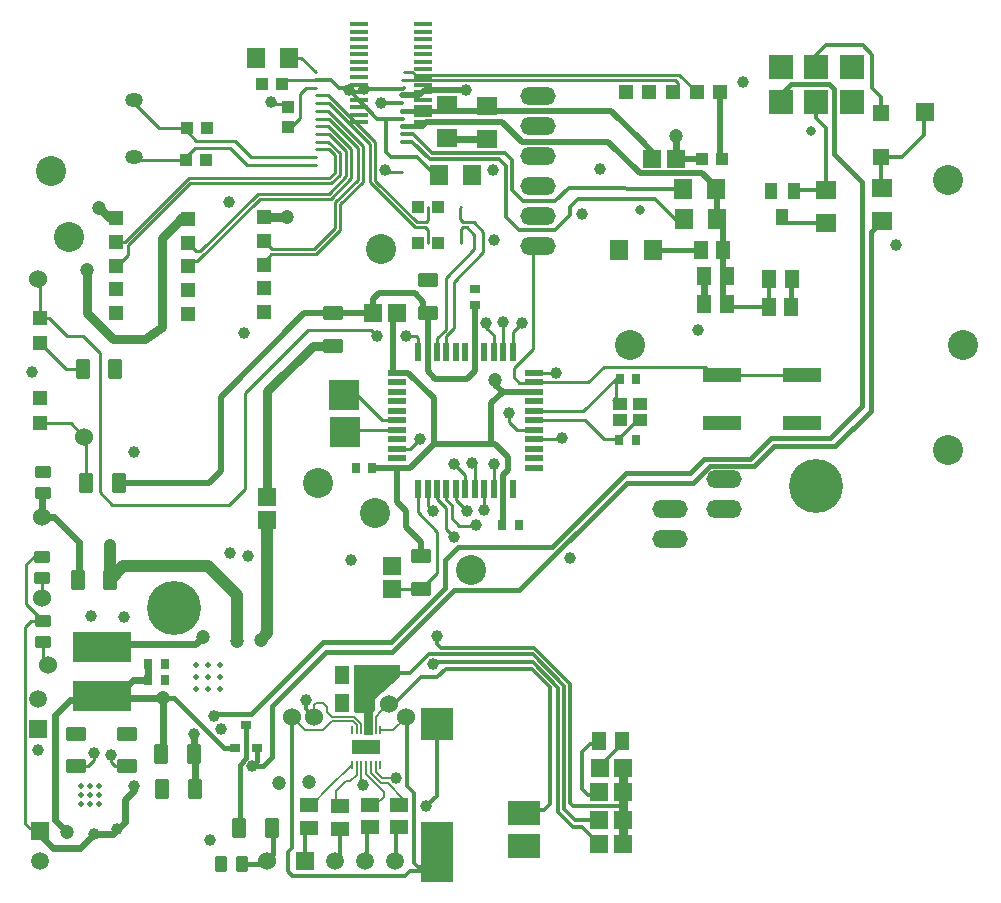
<source format=gbl>
G04 Layer_Physical_Order=2*
G04 Layer_Color=12354094*
%FSLAX44Y44*%
%MOMM*%
G71*
G01*
G75*
%ADD10R,1.8001X1.5999*%
%ADD11C,1.5240*%
G04:AMPARAMS|DCode=15|XSize=1.75mm|YSize=1.25mm|CornerRadius=0.3125mm|HoleSize=0mm|Usage=FLASHONLY|Rotation=270.000|XOffset=0mm|YOffset=0mm|HoleType=Round|Shape=RoundedRectangle|*
%AMROUNDEDRECTD15*
21,1,1.7500,0.6250,0,0,270.0*
21,1,1.1250,1.2500,0,0,270.0*
1,1,0.6250,-0.3125,-0.5625*
1,1,0.6250,-0.3125,0.5625*
1,1,0.6250,0.3125,0.5625*
1,1,0.6250,0.3125,-0.5625*
%
%ADD15ROUNDEDRECTD15*%
G04:AMPARAMS|DCode=16|XSize=1.75mm|YSize=1.25mm|CornerRadius=0.3125mm|HoleSize=0mm|Usage=FLASHONLY|Rotation=0.000|XOffset=0mm|YOffset=0mm|HoleType=Round|Shape=RoundedRectangle|*
%AMROUNDEDRECTD16*
21,1,1.7500,0.6250,0,0,0.0*
21,1,1.1250,1.2500,0,0,0.0*
1,1,0.6250,0.5625,-0.3125*
1,1,0.6250,-0.5625,-0.3125*
1,1,0.6250,-0.5625,0.3125*
1,1,0.6250,0.5625,0.3125*
%
%ADD16ROUNDEDRECTD16*%
%ADD18R,1.3000X1.5001*%
%ADD19R,1.5001X1.3000*%
G04:AMPARAMS|DCode=20|XSize=1.4mm|YSize=1.1mm|CornerRadius=0.275mm|HoleSize=0mm|Usage=FLASHONLY|Rotation=0.000|XOffset=0mm|YOffset=0mm|HoleType=Round|Shape=RoundedRectangle|*
%AMROUNDEDRECTD20*
21,1,1.4000,0.5500,0,0,0.0*
21,1,0.8500,1.1000,0,0,0.0*
1,1,0.5500,0.4250,-0.2750*
1,1,0.5500,-0.4250,-0.2750*
1,1,0.5500,-0.4250,0.2750*
1,1,0.5500,0.4250,0.2750*
%
%ADD20ROUNDEDRECTD20*%
%ADD22R,1.5999X1.8001*%
%ADD23R,1.0000X1.1001*%
%ADD30C,0.3000*%
%ADD31C,0.2540*%
%ADD32C,0.8000*%
%ADD33C,0.6000*%
%ADD34C,0.5000*%
%ADD35C,0.4064*%
%ADD37C,0.4000*%
%ADD38O,1.5000X1.2000*%
%ADD39O,3.0000X1.5000*%
%ADD40C,2.5400*%
%ADD41C,4.5720*%
%ADD42C,1.5000*%
%ADD43R,1.5000X1.5000*%
%ADD44R,1.5000X1.5000*%
%ADD45C,1.0000*%
%ADD46C,1.2000*%
%ADD47C,0.8000*%
%ADD48C,0.5000*%
%ADD49R,1.2000X1.2000*%
%ADD50R,2.0000X2.0000*%
%ADD51R,1.5000X0.4000*%
%ADD52R,1.2000X1.1000*%
%ADD53R,1.1001X1.0000*%
%ADD54R,1.5240X1.5240*%
%ADD55R,1.2000X1.2000*%
%ADD56R,1.1999X1.1999*%
%ADD57R,0.9000X0.8000*%
%ADD58R,1.5240X1.5240*%
%ADD59R,0.8000X0.9000*%
%ADD60R,3.1999X1.1999*%
%ADD61R,5.0000X2.5400*%
G04:AMPARAMS|DCode=62|XSize=1.4mm|YSize=1.1mm|CornerRadius=0.275mm|HoleSize=0mm|Usage=FLASHONLY|Rotation=270.000|XOffset=0mm|YOffset=0mm|HoleType=Round|Shape=RoundedRectangle|*
%AMROUNDEDRECTD62*
21,1,1.4000,0.5500,0,0,270.0*
21,1,0.8500,1.1000,0,0,270.0*
1,1,0.5500,-0.2750,-0.4250*
1,1,0.5500,-0.2750,0.4250*
1,1,0.5500,0.2750,0.4250*
1,1,0.5500,0.2750,-0.4250*
%
%ADD62ROUNDEDRECTD62*%
%ADD63R,0.1999X0.7000*%
%ADD64R,2.3500X1.2700*%
%ADD65R,0.5001X1.5001*%
%ADD66R,1.5001X0.5001*%
%ADD67R,2.5000X2.5000*%
%ADD68R,1.0000X1.4000*%
%ADD69R,1.4001X1.4001*%
%ADD70R,2.8000X2.0000*%
%ADD71R,2.8000X2.8000*%
%ADD72R,2.8000X2.2000*%
%ADD73C,0.2000*%
%ADD74C,1.0000*%
%ADD75C,0.8700*%
G36*
X575500Y267500D02*
X575500Y257224D01*
X554250Y238770D01*
X554250Y228689D01*
X552000Y227373D01*
X552000Y224115D01*
X551927Y223751D01*
Y212500D01*
X551978Y212249D01*
Y208500D01*
X545023Y208500D01*
Y212249D01*
X545073Y212500D01*
Y217750D01*
X545000Y218117D01*
X545000Y227000D01*
X538250D01*
X536250Y229000D01*
X536250Y267500D01*
X575500Y267500D01*
D02*
G37*
D10*
X649000Y741251D02*
D03*
Y713250D02*
D03*
X614750Y741500D02*
D03*
Y713500D02*
D03*
X936000Y642000D02*
D03*
Y670001D02*
D03*
X983500Y671251D02*
D03*
Y643250D02*
D03*
D11*
X502500Y223500D02*
D03*
X484000Y223250D02*
D03*
X580250D02*
D03*
X565750Y234500D02*
D03*
X277000Y267750D02*
D03*
X272500Y324250D02*
D03*
X462250Y101750D02*
D03*
X272000Y393250D02*
D03*
X307750Y461000D02*
D03*
X268750Y594250D02*
D03*
D15*
X337000Y421750D02*
D03*
X309500D02*
D03*
X334250Y518250D02*
D03*
X306750D02*
D03*
X373250Y192000D02*
D03*
X400750D02*
D03*
X401500Y162250D02*
D03*
X374000D02*
D03*
X466750Y129500D02*
D03*
X439250D02*
D03*
X329750Y339750D02*
D03*
X302250D02*
D03*
D16*
X301250Y181750D02*
D03*
Y209250D02*
D03*
X344000Y182000D02*
D03*
Y209500D02*
D03*
X593000Y359500D02*
D03*
Y332000D02*
D03*
X598500Y566000D02*
D03*
Y593500D02*
D03*
X518750Y538000D02*
D03*
Y565500D02*
D03*
D18*
X525750Y235750D02*
D03*
X544750D02*
D03*
X526000Y258750D02*
D03*
X545000D02*
D03*
X832750Y596500D02*
D03*
X851750D02*
D03*
X907000Y594500D02*
D03*
X888000D02*
D03*
X851750Y573000D02*
D03*
X832750D02*
D03*
X887500Y570500D02*
D03*
X906500D02*
D03*
X830000Y619250D02*
D03*
X849000D02*
D03*
X744000Y203250D02*
D03*
X763000D02*
D03*
D19*
X549500Y149000D02*
D03*
Y130000D02*
D03*
X524250Y148000D02*
D03*
Y129000D02*
D03*
X497750Y148750D02*
D03*
Y129750D02*
D03*
X574250Y149000D02*
D03*
Y130000D02*
D03*
D20*
X273000Y304750D02*
D03*
Y287250D02*
D03*
X272500Y359000D02*
D03*
Y341500D02*
D03*
X272750Y413250D02*
D03*
Y430750D02*
D03*
D22*
X636001Y682500D02*
D03*
X607999D02*
D03*
X481001Y781750D02*
D03*
X452999D02*
D03*
X789000Y619250D02*
D03*
X761000D02*
D03*
X843751Y645500D02*
D03*
X815750D02*
D03*
X842750Y670500D02*
D03*
X814750D02*
D03*
D23*
X480750Y723001D02*
D03*
Y739999D02*
D03*
D30*
X609500Y281750D02*
X688750D01*
X606250Y285000D02*
X609500Y281750D01*
X606250Y285000D02*
Y292250D01*
X688750Y281750D02*
X719000Y251500D01*
X687578Y276524D02*
X714000Y250102D01*
X599676Y276524D02*
X687578D01*
X709250Y143000D02*
Y248454D01*
X687704Y270000D02*
X709250Y248454D01*
X604500Y270000D02*
X687704D01*
X714000Y145250D02*
Y250102D01*
X719000Y151000D02*
Y251500D01*
X702250Y150000D02*
Y249000D01*
X686750Y264500D02*
X702250Y249000D01*
X614000Y264500D02*
X686750D01*
X603000Y268500D02*
X604500Y270000D01*
X606750Y257250D02*
X614000Y264500D01*
X593250Y257250D02*
X606750D01*
X570500Y234500D02*
X593250Y257250D01*
X696750Y144500D02*
X702250Y150000D01*
X586750Y99750D02*
X590250Y96250D01*
X596750D01*
X583905Y93405D02*
X602905D01*
X580750Y165500D02*
Y223750D01*
Y165500D02*
X586750Y159500D01*
Y99750D02*
Y159500D01*
X579750Y89250D02*
X583905Y93405D01*
X484000Y89250D02*
X579750D01*
X480250Y93000D02*
X484000Y89250D01*
X480250Y93000D02*
Y109000D01*
X484000Y112750D01*
X495750Y230250D02*
X502500Y223500D01*
X495750Y230250D02*
Y238250D01*
X681500Y144500D02*
X696750D01*
X565750Y234500D02*
X570500D01*
X569000Y260750D02*
X583902D01*
X721500Y130750D02*
X729000D01*
X709250Y143000D02*
X721500Y130750D01*
X714000Y145250D02*
X723250Y136000D01*
X729000Y130750D02*
X743750Y116000D01*
X723250Y136000D02*
X744000D01*
X722000Y148000D02*
X763750D01*
X719000Y151000D02*
X722000Y148000D01*
X583902Y260750D02*
X599676Y276524D01*
X736250Y200500D02*
X744000D01*
X729250Y193500D02*
X736250Y200500D01*
X729250Y162250D02*
Y193500D01*
X734057Y157443D02*
X744010D01*
X729250Y162250D02*
X734057Y157443D01*
X744250Y181751D02*
X763000Y200500D01*
X744250Y178000D02*
Y181751D01*
X572000Y118500D02*
Y129500D01*
X571750Y118250D02*
X572000Y118500D01*
X571750Y102500D02*
Y118250D01*
X547500Y130000D02*
X548250Y130750D01*
X547500Y102750D02*
Y130000D01*
X524250Y104500D02*
Y129000D01*
X522250Y102500D02*
X524250Y104500D01*
X494750Y128750D02*
X497500Y131500D01*
X494750Y102500D02*
Y128750D01*
X535000Y751000D02*
X555750Y730250D01*
X504189Y762750D02*
X516749D01*
X577311Y697749D02*
X589501D01*
X558750Y743000D02*
X559001Y743251D01*
X577311D01*
X577750Y755500D02*
X578250Y756000D01*
X545000Y755500D02*
X577750D01*
X908500Y670001D02*
X936000D01*
X927750Y730750D02*
Y744250D01*
Y730750D02*
X936000Y722500D01*
Y670001D02*
Y722500D01*
X982500Y672251D02*
X983500Y671251D01*
X982500Y734999D02*
Y748500D01*
X927750Y772500D02*
Y774250D01*
X1019000Y734500D02*
X1020000Y735500D01*
X982500Y685126D02*
Y698001D01*
Y672251D02*
Y685126D01*
X1019000Y716500D02*
Y734500D01*
X1000501Y698001D02*
X1019000Y716500D01*
X982500Y698001D02*
X1000501D01*
X896750Y642000D02*
X936000D01*
X896000Y642750D02*
X896750Y642000D01*
X975250Y755750D02*
X982500Y748500D01*
X975250Y755750D02*
Y784250D01*
X967250Y792250D02*
X975250Y784250D01*
X927750Y774250D02*
Y784250D01*
X935750Y792250D01*
X967250D01*
X896000Y642750D02*
Y650000D01*
X843751Y645500D02*
X849000Y640251D01*
Y572750D02*
X854250Y570500D01*
X887500D01*
Y594000D01*
X888000Y594500D01*
X791500Y661750D02*
X807750Y645500D01*
X815750D01*
X767000Y670500D02*
X814750D01*
X577311Y710749D02*
X585751D01*
X577311Y717249D02*
X585892D01*
X585751Y710749D02*
X600500Y696000D01*
X585892Y717249D02*
X602141Y701000D01*
X663750D01*
X669750Y695000D01*
X600500Y696000D02*
X659000D01*
X606500Y157000D02*
Y217250D01*
X597250Y147750D02*
X606500Y157000D01*
X567251Y697749D02*
X577311D01*
X563000Y702000D02*
X567251Y697749D01*
X563000Y702000D02*
Y730000D01*
X563250Y730250D01*
X555750D02*
X563250D01*
X577500D01*
X418000Y224500D02*
Y226250D01*
X676000Y635750D02*
X706500D01*
X719000Y648250D01*
X664750Y647000D02*
X676000Y635750D01*
X664750Y647000D02*
Y690250D01*
X659000Y696000D02*
X664750Y690250D01*
X669750Y669500D02*
Y695000D01*
Y669500D02*
X679000Y660250D01*
X706750D01*
X718250Y671750D01*
X765750D01*
X767000Y670500D01*
X719000Y648250D02*
Y655000D01*
X725750Y661750D01*
X791500D01*
X589501Y697749D02*
X602500Y684750D01*
X609249D01*
X611749Y687250D01*
X484000Y112750D02*
Y223250D01*
X516749Y762750D02*
X523375Y756125D01*
X529875D01*
X535000Y751000D01*
X535000D01*
D31*
X316000Y186750D02*
Y193250D01*
X311000Y181750D02*
X316000Y186750D01*
X301250Y181750D02*
X311000D01*
X330250Y185250D02*
Y191750D01*
Y185250D02*
X333500Y182000D01*
X344000D01*
X645750Y617000D02*
Y634500D01*
X637936Y642314D02*
X645750Y634500D01*
X628686Y642314D02*
X637936D01*
X620849Y592099D02*
X645750Y617000D01*
X620849Y552601D02*
Y592099D01*
X614501Y546253D02*
X620849Y552601D01*
X730501Y482751D02*
X757750Y510000D01*
X688501Y482751D02*
X730501D01*
X757750Y510000D02*
X759500D01*
X761000Y511500D01*
X758500Y509000D02*
X759500Y510000D01*
X761250D01*
X758500Y494500D02*
Y509000D01*
X599250Y625250D02*
Y635750D01*
X596750Y638250D02*
X599250Y635750D01*
X596814Y642314D02*
X599000Y644500D01*
X599250Y625250D02*
X599250Y625250D01*
X638186Y619625D02*
Y631814D01*
X631750Y638250D02*
X638186Y631814D01*
X628250Y638250D02*
X631750D01*
X626750Y636750D02*
X628250Y638250D01*
X626750Y625250D02*
Y636750D01*
X626000Y654500D02*
X626500Y655000D01*
X626000Y645000D02*
Y654500D01*
Y645000D02*
X628686Y642314D01*
X613936Y551436D02*
Y595375D01*
X599000Y644500D02*
Y655000D01*
X613936Y595375D02*
X638186Y619625D01*
X606499Y543999D02*
X613936Y551436D01*
X306750Y546250D02*
X321250Y531750D01*
Y413750D02*
Y531750D01*
Y413750D02*
X331750Y403250D01*
X336250Y606000D02*
X344750Y614500D01*
X586750Y99750D02*
Y101000D01*
X602905Y93405D02*
X603500Y94000D01*
X606499Y532751D02*
Y543999D01*
X614501Y532751D02*
Y546253D01*
X807999Y762750D02*
X810500Y760250D01*
X585750Y769750D02*
X588500Y767000D01*
X578250Y769750D02*
X585750D01*
X811750Y767000D02*
X826250Y752500D01*
X481001Y781750D02*
X491690D01*
X504189Y769250D01*
X475249Y759500D02*
X478499Y762750D01*
X504189D01*
X810500Y755500D02*
X810500Y760250D01*
X400001Y609251D02*
X402999D01*
X395750Y605000D02*
X400001Y609251D01*
X402999D02*
X456247Y662500D01*
X454750Y666750D02*
X515003D01*
X395750Y605000D02*
Y606000D01*
X504189Y710749D02*
X514251D01*
X504189Y704249D02*
X514710D01*
X349750Y743300D02*
X370800Y722250D01*
X394501D01*
X349750Y694500D02*
X350250Y695000D01*
X393751D01*
X445500Y691249D02*
X504189D01*
X431250Y705500D02*
X445500Y691249D01*
X401750Y705500D02*
X431250D01*
X393751Y697501D02*
X401750Y705500D01*
X393751Y695000D02*
Y697501D01*
X394501Y719249D02*
Y722250D01*
Y719249D02*
X402500Y711250D01*
X435250D01*
X448751Y697749D01*
X504189D01*
X568500Y331750D02*
X568750Y332000D01*
X593000D01*
X497250Y551500D02*
X550500D01*
X443750Y498000D02*
X497250Y551500D01*
X443750Y416500D02*
Y498000D01*
X748000Y458750D02*
X760000D01*
X732000Y474750D02*
X748000Y458750D01*
X688501Y474750D02*
X732000D01*
X755750Y491750D02*
X758500Y494500D01*
X760000Y458750D02*
X777000Y475750D01*
X777750D01*
X430500Y403250D02*
X443750Y416500D01*
X331750Y403250D02*
X430500D01*
X261750Y129250D02*
X270250D01*
X258000Y133000D02*
X261750Y129250D01*
X258000Y133000D02*
Y194000D01*
Y299750D01*
X263000Y304750D01*
X273000D01*
X258750Y319000D02*
X273000Y304750D01*
X258750Y319000D02*
Y352750D01*
X265000Y359000D01*
X272500D01*
Y324250D02*
Y341500D01*
X273000Y271750D02*
Y287250D01*
Y271750D02*
X277000Y267750D01*
X527999Y466749D02*
X528250Y464500D01*
X560250Y474750D02*
X572499D01*
X538500Y496500D02*
X560250Y474750D01*
X527750Y496500D02*
X538500D01*
X527999Y466749D02*
X572499D01*
X572499Y450750D02*
X572499Y450750D01*
X590500Y396750D02*
Y416749D01*
Y396750D02*
X606750Y380500D01*
Y345750D02*
Y380500D01*
X593000Y332000D02*
X606750Y345750D01*
X309500Y421750D02*
Y459250D01*
X307750Y461000D02*
X309500Y459250D01*
X296250Y472500D02*
X307750Y461000D01*
X270000Y472500D02*
X296250D01*
X270250Y561250D02*
Y592750D01*
X268750Y594250D02*
X270250Y592750D01*
X550500Y551500D02*
X555750Y546250D01*
X598501Y402499D02*
Y416749D01*
Y402499D02*
X603000Y398000D01*
X639250Y385500D02*
X639500Y385750D01*
X646499Y398999D02*
Y416749D01*
X646000Y398500D02*
X646499Y398999D01*
X655000Y417249D02*
Y438000D01*
X654501Y416749D02*
X655000Y417249D01*
X622499Y407501D02*
Y416749D01*
Y407501D02*
X632000Y398000D01*
X606499Y407750D02*
Y416749D01*
X614501Y407499D02*
Y416749D01*
X625500Y385500D02*
X639250D01*
X688501Y458750D02*
X711500D01*
X712500Y459750D01*
X688501Y514750D02*
X706750D01*
X270250Y540250D02*
X292250Y518250D01*
X306750D01*
X619250Y391750D02*
X625500Y385500D01*
X619250Y391750D02*
Y402750D01*
X614501Y407499D02*
X619250Y402750D01*
X614000Y382750D02*
X620750Y376000D01*
X614000Y382750D02*
Y400250D01*
X606499Y407750D02*
X614000Y400250D01*
X572499Y450750D02*
X583999D01*
X592250Y459000D01*
X630500Y416749D02*
Y428500D01*
X621000Y438000D02*
X630500Y428500D01*
X580500Y546500D02*
X588500D01*
X590500Y544500D01*
Y532751D02*
Y544500D01*
X588500Y767000D02*
X811750D01*
X577000Y762750D02*
X807999D01*
X456247Y662500D02*
X516500D01*
X524500Y635750D02*
Y657750D01*
X520250Y637250D02*
Y659250D01*
X504189Y723749D02*
X514501D01*
X504189Y717249D02*
X515254D01*
X516750Y675500D02*
X524000Y682750D01*
Y701000D01*
X514251Y710749D02*
X524000Y701000D01*
X515503Y680000D02*
X519936Y684433D01*
Y699023D01*
X514710Y704249D02*
X519936Y699023D01*
X516500Y662500D02*
X533750Y679750D01*
Y704500D01*
X514501Y723749D02*
X533750Y704500D01*
X515003Y666750D02*
X529686Y681433D01*
Y702817D01*
X515254Y717249D02*
X529686Y702817D01*
X524500Y657750D02*
X543500Y676750D01*
X520250Y659250D02*
X539436Y678436D01*
X564250Y684750D02*
X577311D01*
X562500Y686500D02*
X564250Y684750D01*
X504189Y749751D02*
X513999D01*
X553750Y710000D01*
X504189Y743251D02*
X514752D01*
X549500Y708503D01*
X496001Y756251D02*
X504189D01*
X478250Y724250D02*
X483749D01*
X466000Y744500D02*
X468000Y742500D01*
X479499D01*
X482250Y739749D01*
X483749Y724250D02*
X490500Y731001D01*
Y750750D01*
X496001Y756251D01*
X671750Y511000D02*
Y518750D01*
Y511000D02*
X676250Y506500D01*
X687750D01*
X688501Y506749D02*
X734499D01*
X748000Y520250D01*
X833500D01*
X667500Y473500D02*
Y480500D01*
Y473500D02*
X674251Y466749D01*
X688501D01*
X833500Y520250D02*
X841000Y512750D01*
X916250D01*
X504189Y736751D02*
X513999D01*
X543500Y707250D01*
Y676750D02*
Y707250D01*
X504189Y730251D02*
X514751D01*
X539436Y705567D01*
Y678436D02*
Y705567D01*
X671750Y518750D02*
X687750Y534750D01*
Y616000D01*
X684250Y619500D02*
X687750Y616000D01*
X662499Y532751D02*
Y557499D01*
X662500Y557500D01*
X648250Y553250D02*
X654501Y547000D01*
X648250Y553250D02*
Y557250D01*
X654501Y532751D02*
Y547000D01*
X670500Y532751D02*
Y549750D01*
X678250Y557500D01*
X683200Y695950D02*
X694250D01*
X638501Y416749D02*
Y436249D01*
X636500Y438250D02*
X638501Y436249D01*
X504250Y615500D02*
X524500Y635750D01*
X502564Y619564D02*
X520250Y637250D01*
X459750Y626500D02*
X466686Y619564D01*
X502564D01*
X466250Y615500D02*
X504250D01*
X459750Y609000D02*
X466250Y615500D01*
X459750Y606500D02*
Y609000D01*
X395750Y625000D02*
X402500Y618250D01*
X406250D01*
X454750Y666750D01*
X270250Y561250D02*
X278000D01*
X293000Y546250D01*
X306750D01*
X334500Y625750D02*
X342000D01*
X396250Y680000D01*
X515503D01*
X344750Y614500D02*
Y622753D01*
X397497Y675500D01*
X516750D01*
X549500Y676250D02*
Y708503D01*
Y676250D02*
X587500Y638250D01*
X596750D01*
X553750Y677747D02*
Y710000D01*
Y677747D02*
X589183Y642314D01*
X596814D01*
D32*
X763750Y148000D02*
Y177500D01*
Y116000D02*
Y148000D01*
X329750Y368750D02*
X330500Y369500D01*
X463000Y410000D02*
Y499250D01*
X501750Y538000D01*
X518750D01*
X329250Y645750D02*
X334500D01*
X320250Y654750D02*
X329250Y645750D01*
X596750Y96250D02*
Y124500D01*
X603500Y96250D02*
Y125750D01*
X609500Y95750D02*
Y121000D01*
X616000Y97000D02*
Y122500D01*
X459750Y646500D02*
X479500D01*
X310250Y565750D02*
Y602250D01*
Y565750D02*
X332250Y543750D01*
X373750Y629000D02*
X389750Y645000D01*
X332250Y543750D02*
X359250D01*
X373750Y553417D01*
Y629000D01*
D33*
X339500Y285000D02*
X401750D01*
X408000Y291250D01*
X362000Y254500D02*
Y268250D01*
X349000Y254500D02*
X362000D01*
X335540Y241040D02*
X349000Y254500D01*
X324290Y239500D02*
X374500D01*
X322750Y241040D02*
X335540D01*
X401500Y162250D02*
Y193500D01*
X400500Y194500D02*
X401500Y193500D01*
X372000Y192000D02*
X374250Y194250D01*
X296000Y237500D02*
X310250D01*
X283500Y225000D02*
X296000Y237500D01*
X283500Y136250D02*
Y225000D01*
X322750Y241040D02*
X324290Y239500D01*
X374250Y239250D02*
X374500Y239500D01*
X374250Y194250D02*
Y239250D01*
X316500Y124750D02*
X332000D01*
X304500Y112750D02*
X316500Y124750D01*
X281250Y112750D02*
X304500D01*
X270510Y123490D02*
X281250Y112750D01*
X283500Y136250D02*
X293250Y126500D01*
X270510Y123490D02*
Y127000D01*
X342250Y135000D02*
Y153500D01*
X350250Y161500D01*
Y165000D01*
X332000Y124750D02*
X342250Y135000D01*
X400500Y194500D02*
Y209250D01*
X303250Y342750D02*
Y372000D01*
X282000Y393250D02*
X303250Y372000D01*
X272000Y393250D02*
X282000D01*
X272000D02*
Y412500D01*
X272750Y413250D01*
X322750Y282960D02*
Y284024D01*
X808750Y696250D02*
Y715250D01*
X809000Y715500D01*
X832750Y573000D02*
Y596500D01*
X615000Y713250D02*
X649000D01*
X614750Y713500D02*
X615000Y713250D01*
D34*
X587750Y582250D02*
X594750Y575250D01*
X557250Y582250D02*
X587750D01*
X594750Y565500D02*
Y575250D01*
X780000Y711000D02*
X788750Y702250D01*
X648250Y742500D02*
X654000Y736750D01*
X618750Y736500D02*
X644250D01*
X808750Y696250D02*
X809000Y696000D01*
X831001D01*
X846250Y697749D02*
X847999Y696000D01*
X846250Y697749D02*
Y752500D01*
X572499Y405501D02*
X580000Y398000D01*
Y384750D02*
Y398000D01*
Y384750D02*
X593000Y371750D01*
X572499Y405501D02*
Y434750D01*
X494250Y565500D02*
X518750D01*
X423250Y494500D02*
X494250Y565500D01*
X423250Y431500D02*
Y494500D01*
X572499Y434750D02*
X584000D01*
X662499Y416749D02*
Y428749D01*
X666750Y433000D01*
Y443750D01*
X656000Y454500D02*
X666750Y443750D01*
X652500Y454500D02*
Y489000D01*
X603750Y454500D02*
X652500D01*
X656000D01*
X662251Y498750D02*
X688501D01*
X652500Y489000D02*
X662251Y498750D01*
X598501Y532751D02*
Y561749D01*
X638501Y532751D02*
Y572000D01*
X568999Y514750D02*
Y565250D01*
X552500Y565500D02*
X552750Y565250D01*
X518750Y565500D02*
X552500D01*
X552750Y565250D02*
X556500Y569000D01*
X598000Y566000D02*
X598500D01*
X552250Y568750D02*
Y577250D01*
X557250Y582250D01*
X337000Y421750D02*
X413500D01*
X423250Y431500D01*
X662499Y386999D02*
Y416749D01*
X661750Y386250D02*
X662499Y386999D01*
X656000Y505001D02*
Y509000D01*
Y505001D02*
X662251Y498750D01*
X598501Y516249D02*
Y532751D01*
X638501Y516501D02*
Y532751D01*
X598501Y516249D02*
X604750Y510000D01*
X632000D01*
X638501Y516501D01*
X568999Y514750D02*
X582250D01*
X603750Y493250D01*
X593000Y359500D02*
Y371750D01*
X603750Y454500D02*
Y493250D01*
X584000Y434750D02*
X603750Y454500D01*
X551750Y434750D02*
X572499D01*
X551750Y434750D02*
X551750Y434750D01*
X577311Y749751D02*
X591251D01*
X596250Y754750D01*
X631250D01*
X654000Y736750D02*
X754250D01*
X780000Y711000D01*
X843751Y645500D02*
Y671250D01*
X849000Y619250D02*
Y640251D01*
Y599250D02*
Y619250D01*
Y572750D02*
Y599250D01*
X831001Y684000D02*
X843751Y671250D01*
X778000Y684000D02*
X831001D01*
X593749Y723749D02*
X597500Y727500D01*
X661250D01*
X678250Y710500D01*
X751500D01*
X778000Y684000D01*
D35*
X706750Y514750D02*
X707000Y515000D01*
X789000Y619250D02*
X830000D01*
D37*
X374500Y239500D02*
X383500D01*
X426000Y197000D01*
X467000Y189500D02*
Y232750D01*
X459250Y181750D02*
X467000Y189500D01*
X450000Y181750D02*
X459250D01*
X467000Y232750D02*
X512750Y278500D01*
X441500Y99000D02*
X459750D01*
X468000Y107250D01*
Y128250D01*
X568750Y278500D02*
X621250Y331000D01*
X512750Y278500D02*
X568750D01*
X613500Y332750D02*
Y356500D01*
X567750Y287000D02*
X613500Y332750D01*
X510000Y287000D02*
X567750D01*
X449250Y226250D02*
X510000Y287000D01*
X891750Y452750D02*
X943750D01*
X974000Y483000D01*
Y633750D02*
X983500Y643250D01*
X974000Y483000D02*
Y633750D01*
X966500Y487000D02*
Y676500D01*
X939000Y459500D02*
X966500Y487000D01*
X942500Y700500D02*
X966500Y676500D01*
X889250Y459500D02*
X939000D01*
X613500Y356500D02*
X624250Y367250D01*
X439500Y183305D02*
X444750Y188555D01*
X439500Y131000D02*
Y183305D01*
Y131000D02*
X441750Y128750D01*
X788750Y696250D02*
Y702250D01*
X577311Y736751D02*
X577311Y736750D01*
X618500D01*
X618750Y736500D01*
X444750Y188555D02*
Y217000D01*
X426000Y197000D02*
X435250D01*
X450000Y181750D02*
X454250Y186000D01*
Y197000D01*
X418000Y226250D02*
X449250D01*
X942500Y700500D02*
Y755500D01*
X938250Y759750D02*
X942500Y755500D01*
X906500Y759750D02*
X938250D01*
X896250Y749500D02*
X906500Y759750D01*
X577311Y723749D02*
X593749D01*
X906500Y570500D02*
Y594000D01*
X907000Y594500D01*
X624250Y367250D02*
X704000D01*
X621250Y331000D02*
X676250D01*
X767250Y422000D01*
X823460D01*
X837434Y435974D01*
X871500Y441750D02*
X889250Y459500D01*
X704000Y367250D02*
X766625Y429875D01*
X820875D01*
X832750Y441750D01*
X871500D01*
X837434Y435974D02*
X874974D01*
X891750Y452750D01*
D38*
X350000Y746050D02*
D03*
Y697250D02*
D03*
D39*
X849500Y424950D02*
D03*
Y399550D02*
D03*
X803750Y399700D02*
D03*
Y374300D02*
D03*
X691750Y622500D02*
D03*
Y647900D02*
D03*
Y673300D02*
D03*
Y698700D02*
D03*
Y724100D02*
D03*
Y749500D02*
D03*
D40*
X1051560Y538480D02*
D03*
X769620D02*
D03*
X1038860Y449580D02*
D03*
Y678180D02*
D03*
X294640Y629920D02*
D03*
X505460Y421640D02*
D03*
X553720Y396240D02*
D03*
X558800Y619760D02*
D03*
X279400Y685800D02*
D03*
X635000Y347980D02*
D03*
D41*
X927100Y419100D02*
D03*
X384000Y316000D02*
D03*
D42*
X269000Y238900D02*
D03*
X270510Y101600D02*
D03*
X519900Y101250D02*
D03*
X545300D02*
D03*
X570700D02*
D03*
D43*
X269000Y213500D02*
D03*
X270510Y127000D02*
D03*
D44*
X494500Y101250D02*
D03*
D45*
X330250Y191750D02*
D03*
X316000Y193250D02*
D03*
X495750Y238250D02*
D03*
X597250Y147750D02*
D03*
X569000Y260750D02*
D03*
X606250Y292250D02*
D03*
X533705Y356045D02*
D03*
X994750Y622750D02*
D03*
X350000Y448250D02*
D03*
X264000Y515250D02*
D03*
X430000Y659750D02*
D03*
X443000Y549000D02*
D03*
X729500Y649250D02*
D03*
X865250Y761250D02*
D03*
X827500Y551250D02*
D03*
X558750Y743000D02*
D03*
X269000Y195500D02*
D03*
X316500Y124750D02*
D03*
X646000Y398500D02*
D03*
X350250Y165000D02*
D03*
X335750Y128500D02*
D03*
X400500Y209250D02*
D03*
X450000Y181750D02*
D03*
X655000Y438000D02*
D03*
X571750Y171750D02*
D03*
X543500Y166000D02*
D03*
X603000Y268500D02*
D03*
X639500Y385750D02*
D03*
X712500Y459750D02*
D03*
X707000Y515000D02*
D03*
X580500Y546500D02*
D03*
X555750Y546250D02*
D03*
X632000Y398000D02*
D03*
X603000D02*
D03*
X620750Y376000D02*
D03*
X636500Y438250D02*
D03*
X621000Y438000D02*
D03*
X592250Y459000D02*
D03*
X631250Y754750D02*
D03*
X545000Y755500D02*
D03*
X562500Y686500D02*
D03*
X466000Y744500D02*
D03*
X667500Y480500D02*
D03*
X662749Y557749D02*
D03*
X678250Y557500D02*
D03*
X648250Y557250D02*
D03*
X423500Y213250D02*
D03*
X418000Y224500D02*
D03*
X446250Y360000D02*
D03*
X431000Y362000D02*
D03*
X341750Y308500D02*
D03*
X414000Y119000D02*
D03*
X654750Y627000D02*
D03*
X744750Y687500D02*
D03*
X654250Y686250D02*
D03*
X532250Y754750D02*
D03*
X313750Y309000D02*
D03*
X719250Y358000D02*
D03*
D46*
X374500Y239500D02*
D03*
X498000Y168250D02*
D03*
X457750Y289000D02*
D03*
X437000Y287750D02*
D03*
X408000Y291250D02*
D03*
X293250Y126500D02*
D03*
X656000Y509000D02*
D03*
X809000Y715500D02*
D03*
X320250Y654750D02*
D03*
X473000Y167750D02*
D03*
X479500Y646500D02*
D03*
X310250Y602250D02*
D03*
D47*
X778250Y653000D02*
D03*
X923250Y720000D02*
D03*
D48*
X422660Y257000D02*
D03*
X412500D02*
D03*
X402340D02*
D03*
Y267160D02*
D03*
Y246840D02*
D03*
X412500Y267160D02*
D03*
Y246840D02*
D03*
X422660Y267160D02*
D03*
Y246840D02*
D03*
X312420Y157480D02*
D03*
Y149860D02*
D03*
Y165100D02*
D03*
X304800Y149860D02*
D03*
Y157480D02*
D03*
Y165100D02*
D03*
X320040D02*
D03*
Y157480D02*
D03*
Y149860D02*
D03*
D49*
X334500Y565750D02*
D03*
Y585750D02*
D03*
Y605750D02*
D03*
Y625750D02*
D03*
Y645750D02*
D03*
X459750Y566500D02*
D03*
Y586500D02*
D03*
Y606500D02*
D03*
Y626500D02*
D03*
Y646500D02*
D03*
X395750Y565000D02*
D03*
Y585000D02*
D03*
Y605000D02*
D03*
Y625000D02*
D03*
Y645000D02*
D03*
D50*
X897750Y744250D02*
D03*
X927750D02*
D03*
X957750D02*
D03*
X897750Y774250D02*
D03*
X927750D02*
D03*
X957750D02*
D03*
D51*
X540750Y733400D02*
D03*
Y727000D02*
D03*
Y739800D02*
D03*
Y746200D02*
D03*
Y771800D02*
D03*
Y765400D02*
D03*
Y752600D02*
D03*
Y759000D02*
D03*
Y810200D02*
D03*
Y803800D02*
D03*
X594750Y727000D02*
D03*
Y733400D02*
D03*
X540750Y797400D02*
D03*
Y791000D02*
D03*
Y778200D02*
D03*
Y784600D02*
D03*
X594750Y797400D02*
D03*
Y791000D02*
D03*
Y803800D02*
D03*
Y810200D02*
D03*
Y771800D02*
D03*
Y765400D02*
D03*
Y778200D02*
D03*
Y784600D02*
D03*
Y759000D02*
D03*
Y752600D02*
D03*
Y739800D02*
D03*
Y746200D02*
D03*
D52*
X778500Y488750D02*
D03*
X761500D02*
D03*
Y474750D02*
D03*
X778500D02*
D03*
D53*
X590501Y655000D02*
D03*
X607499D02*
D03*
X590751Y625250D02*
D03*
X607749D02*
D03*
X831001Y696000D02*
D03*
X847999D02*
D03*
X475249Y759500D02*
D03*
X458251D02*
D03*
X410749Y695000D02*
D03*
X393751D02*
D03*
X394501Y722250D02*
D03*
X411499D02*
D03*
D54*
X788750Y696250D02*
D03*
X808750D02*
D03*
X572750Y565250D02*
D03*
X552750D02*
D03*
X744250Y180750D02*
D03*
X764250D02*
D03*
X744010Y160193D02*
D03*
X764010D02*
D03*
X744000Y136000D02*
D03*
X764000D02*
D03*
X743750Y116000D02*
D03*
X763750D02*
D03*
X1020000Y735500D02*
D03*
D55*
X766250Y752500D02*
D03*
X786250D02*
D03*
X806250D02*
D03*
X826250D02*
D03*
X846250D02*
D03*
D56*
X270250Y540250D02*
D03*
Y561250D02*
D03*
X270000Y472500D02*
D03*
Y493500D02*
D03*
D57*
X638500Y586000D02*
D03*
Y572000D02*
D03*
X435250Y197000D02*
D03*
X444750Y217000D02*
D03*
X454250Y197000D02*
D03*
D58*
X568500Y351750D02*
D03*
Y331750D02*
D03*
X463000Y390000D02*
D03*
Y410000D02*
D03*
D59*
X761250Y510000D02*
D03*
X775250D02*
D03*
X551750Y434750D02*
D03*
X537750D02*
D03*
X675750Y386250D02*
D03*
X661750D02*
D03*
X362000Y254500D02*
D03*
X376000D02*
D03*
Y268250D02*
D03*
X362000D02*
D03*
X774750Y457750D02*
D03*
X760750D02*
D03*
D60*
X915750Y512750D02*
D03*
X847750D02*
D03*
X915750Y472750D02*
D03*
X847750D02*
D03*
D61*
X322750Y282960D02*
D03*
Y241040D02*
D03*
D62*
X441500Y99250D02*
D03*
X424000D02*
D03*
D63*
X558499Y212500D02*
D03*
X554501D02*
D03*
X550500D02*
D03*
X538499D02*
D03*
X546500D02*
D03*
X542500D02*
D03*
X534501D02*
D03*
X558499Y183000D02*
D03*
X554501D02*
D03*
X550500D02*
D03*
X546500D02*
D03*
X542500D02*
D03*
X538499D02*
D03*
X534501D02*
D03*
D64*
X546500Y197750D02*
D03*
D65*
X590500Y532751D02*
D03*
X598501D02*
D03*
X606499D02*
D03*
X614501D02*
D03*
X622499D02*
D03*
X630500D02*
D03*
X638501D02*
D03*
X646499D02*
D03*
X654501D02*
D03*
X662499D02*
D03*
X670500D02*
D03*
Y416749D02*
D03*
X662499D02*
D03*
X654501D02*
D03*
X646499D02*
D03*
X638501D02*
D03*
X630500D02*
D03*
X622499D02*
D03*
X614501D02*
D03*
X606499D02*
D03*
X598501D02*
D03*
X590500D02*
D03*
D66*
X688501Y514750D02*
D03*
Y506749D02*
D03*
Y498750D02*
D03*
Y490750D02*
D03*
Y482751D02*
D03*
Y474750D02*
D03*
Y466749D02*
D03*
Y458750D02*
D03*
Y450750D02*
D03*
Y442751D02*
D03*
Y434750D02*
D03*
X572499D02*
D03*
Y442751D02*
D03*
Y450750D02*
D03*
Y458750D02*
D03*
Y466749D02*
D03*
Y474750D02*
D03*
Y482751D02*
D03*
Y490750D02*
D03*
Y498750D02*
D03*
Y506749D02*
D03*
Y514750D02*
D03*
D67*
X527750Y496500D02*
D03*
X528250Y464500D02*
D03*
D68*
X908500Y669000D02*
D03*
X899000Y647000D02*
D03*
X889500Y669000D02*
D03*
D69*
X982500Y698001D02*
D03*
Y734999D02*
D03*
D70*
X680500Y142250D02*
D03*
Y114250D02*
D03*
D71*
X606500Y217250D02*
D03*
D72*
Y123250D02*
D03*
Y95250D02*
D03*
D73*
X529250Y169000D02*
X532750D01*
X521250Y161000D02*
X529250Y169000D01*
X521250Y146250D02*
Y161000D01*
X500875Y149375D02*
X514500Y162999D01*
Y162999D01*
X534501Y183000D01*
X569500Y212500D02*
X580750Y223750D01*
X502500Y223500D02*
Y233750D01*
X558499Y212500D02*
X569500D01*
X559000Y228250D02*
X565750Y234500D01*
X554501Y223751D02*
X559000Y228250D01*
X578000Y154250D02*
X580250D01*
X565000Y167250D02*
X578000Y154250D01*
X561625Y156125D02*
Y159875D01*
X555250Y149750D02*
X561625Y156125D01*
X552000Y149750D02*
X555250D01*
X546500Y175000D02*
X561625Y159875D01*
X546500Y175000D02*
Y183000D01*
X559500Y167250D02*
X565000D01*
X550500Y176250D02*
X559500Y167250D01*
X550500Y176250D02*
Y183000D01*
X554501Y177249D02*
Y183000D01*
Y177249D02*
X560000Y171750D01*
X571750D01*
X504000Y235250D02*
X510000D01*
X502500Y233750D02*
X504000Y235250D01*
X510000D02*
X513250Y232000D01*
Y227750D02*
Y232000D01*
Y227750D02*
X517250Y223750D01*
X538499Y174749D02*
Y183000D01*
X542500Y167001D02*
Y183000D01*
X532750Y169000D02*
X538499Y174749D01*
X542500Y167001D02*
X543500Y166000D01*
X554501Y212500D02*
Y223751D01*
X510250Y212750D02*
X517500Y220000D01*
X494500Y212750D02*
X510250D01*
X484000Y223250D02*
X494500Y212750D01*
X517250Y223750D02*
X536500D01*
X542500Y217750D01*
Y212500D02*
Y217750D01*
X517500Y220000D02*
X535266D01*
X538499Y216767D01*
Y212500D02*
Y216767D01*
D74*
X457750Y289000D02*
X463000Y294250D01*
X437000Y287750D02*
Y326500D01*
X412500Y351000D02*
X437000Y326500D01*
X329750Y339750D02*
X341000Y351000D01*
X412500D01*
X463000Y294250D02*
Y390000D01*
X329750Y339750D02*
Y368750D01*
D75*
X389750Y645000D02*
X395750D01*
M02*

</source>
